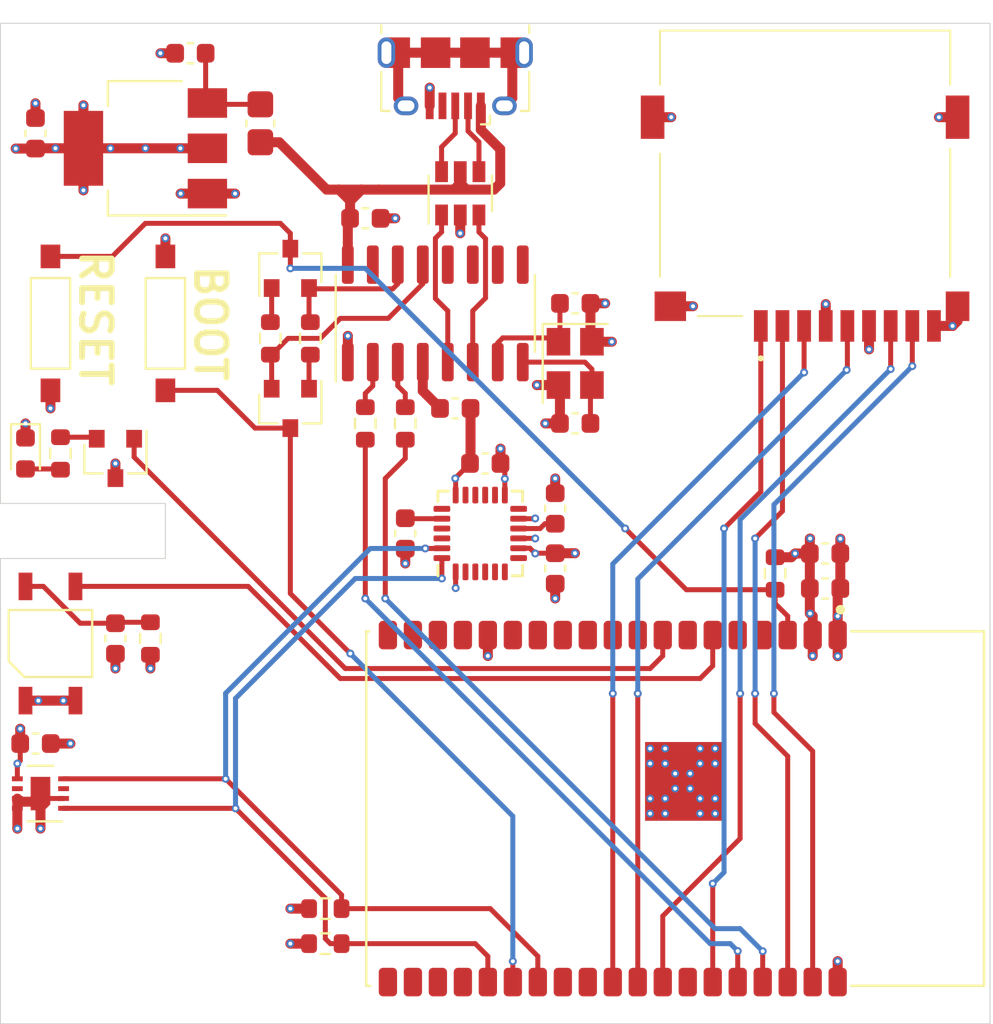
<source format=kicad_pcb>
(kicad_pcb (version 20171130) (host pcbnew "(5.1.10)-1")
  (layers (0 F.Cu signal) (1 GND.Cu power) (2 Power.Cu power) (31 B.Cu signal) (34 B.Paste user) (35 F.Paste user) (36 B.SilkS user) (37 F.SilkS user) (38 B.Mask user) (39 F.Mask user) (44 Edge.Cuts user))
  (net 0 "")
  (net 1 /USB_5V)
  (net 2 GND)
  (net 3 "Net-(C2-Pad2)")
  (net 4 /CH_XI)
  (net 5 /CH_XO)
  (net 6 "Net-(C5-Pad1)")
  (net 7 /REG_3V3)
  (net 8 /IR_RECV)
  (net 9 "Net-(D2-Pad2)")
  (net 10 /USB_CONN_D-)
  (net 11 /USB_CONN_D+)
  (net 12 "Net-(J1-Pad4)")
  (net 13 "Net-(J1-Pad6)")
  (net 14 /SPI3_D1)
  (net 15 /SPI3_D0)
  (net 16 /SPI3_CLK)
  (net 17 /SPI3_CS0)
  (net 18 /SPI3_D3)
  (net 19 /SPI3_D2)
  (net 20 /IR_SEND)
  (net 21 "Net-(Q2-Pad1)")
  (net 22 /CH_RTS)
  (net 23 /GPIO0)
  (net 24 /CH_DTR)
  (net 25 "Net-(Q3-Pad1)")
  (net 26 "Net-(R1-Pad2)")
  (net 27 /ESP_RX)
  (net 28 /ESP_TX)
  (net 29 "Net-(R2-Pad2)")
  (net 30 /I2C0_SCL)
  (net 31 /I2C0_SDA)
  (net 32 /USB_D+)
  (net 33 /USB_D-)
  (net 34 "Net-(U3-Pad9)")
  (net 35 "Net-(U3-Pad10)")
  (net 36 "Net-(U3-Pad11)")
  (net 37 "Net-(U3-Pad12)")
  (net 38 "Net-(U3-Pad15)")
  (net 39 "Net-(U6-Pad6)")
  (net 40 /MPU_INT)
  (net 41 "Net-(C7-Pad1)")
  (net 42 "Net-(C12-Pad1)")
  (net 43 "Net-(C13-Pad1)")
  (net 44 /RESET)
  (net 45 "Net-(U4-Pad7)")
  (net 46 "Net-(U5-Pad7)")
  (net 47 "Net-(U6-Pad3)")
  (net 48 "Net-(Q1-Pad2)")
  (net 49 "Net-(U4-Pad6)")
  (net 50 "Net-(U5-Pad4)")
  (net 51 "Net-(U5-Pad5)")
  (net 52 "Net-(U5-Pad9)")
  (net 53 "Net-(U5-Pad10)")
  (net 54 "Net-(U5-Pad11)")
  (net 55 "Net-(U5-Pad12)")
  (net 56 "Net-(U5-Pad13)")
  (net 57 "Net-(U5-Pad14)")
  (net 58 "Net-(U5-Pad16)")
  (net 59 "Net-(U5-Pad23)")
  (module MountingHole:MountingHole_3.2mm_M3 (layer F.Cu) (at 95.504 105.918)
    (fp_text reference H3)
    (fp_text value MountingHole)
    (pad 1 np_thru_hole circle (at 0 0) (size 3.2 3.2) (drill 3.2) (layers *.Cu *.Mask))
  )
  (module MountingHole:MountingHole_3.2mm_M3 (layer F.Cu) (at 137.414 81.788)
    (fp_text reference H2)
    (fp_text value MountingHole)
    (pad 1 np_thru_hole circle (at 0 0) (size 3.2 3.2) (drill 3.2) (layers *.Cu *.Mask))
  )
  (module PlayboardLib:LED-SMD-4 (layer F.Cu) (at 92.964 91.694)
    (fp_text reference D1)
    (fp_text value IRM-H638T_TR2)
    (pad 2 smd rect (at 1.27 2.9) (size 0.7 1.4) (layers F.Cu F.Paste F.Mask) (net 2 GND))
    (pad 3 smd rect (at 1.27 -2.9) (size 0.7 1.4) (layers F.Cu F.Paste F.Mask) (net 8 /IR_RECV))
    (pad 1 smd rect (at -1.27 2.9) (size 0.7 1.4) (layers F.Cu F.Paste F.Mask) (net 2 GND))
    (pad 4 smd rect (at -1.27 -2.9) (size 0.7 1.4) (layers F.Cu F.Paste F.Mask) (net 41 "Net-(C7-Pad1)"))
  )
  (module PlayboardLib:XCVR_ESP32-WROVER-I (layer F.Cu) (at 124.714 100.076 270)
    (fp_text reference U5)
    (fp_text value ESP32-WROVER-I)
    (pad 1 smd roundrect (at -8.81 -8.26 270) (size 1.45 0.93) (layers F.Cu F.Paste F.Mask) (roundrect_rratio 0.23) (net 2 GND))
    (pad 2 smd roundrect (at -8.81 -6.99 270) (size 1.45 0.93) (layers F.Cu F.Paste F.Mask) (roundrect_rratio 0.23) (net 7 /REG_3V3))
    (pad 3 smd roundrect (at -8.81 -5.72 270) (size 1.45 0.93) (layers F.Cu F.Paste F.Mask) (roundrect_rratio 0.23) (net 44 /RESET))
    (pad 4 smd roundrect (at -8.81 -4.45 270) (size 1.45 0.93) (layers F.Cu F.Paste F.Mask) (roundrect_rratio 0.23) (net 50 "Net-(U5-Pad4)"))
    (pad 5 smd roundrect (at -8.81 -3.18 270) (size 1.45 0.93) (layers F.Cu F.Paste F.Mask) (roundrect_rratio 0.23) (net 51 "Net-(U5-Pad5)"))
    (pad 6 smd roundrect (at -8.81 -1.91 270) (size 1.45 0.93) (layers F.Cu F.Paste F.Mask) (roundrect_rratio 0.23) (net 8 /IR_RECV))
    (pad 7 smd roundrect (at -8.81 -0.64 270) (size 1.45 0.93) (layers F.Cu F.Paste F.Mask) (roundrect_rratio 0.23) (net 46 "Net-(U5-Pad7)"))
    (pad 8 smd roundrect (at -8.81 0.63 270) (size 1.45 0.93) (layers F.Cu F.Paste F.Mask) (roundrect_rratio 0.23) (net 20 /IR_SEND))
    (pad 9 smd roundrect (at -8.81 1.9 270) (size 1.45 0.93) (layers F.Cu F.Paste F.Mask) (roundrect_rratio 0.23) (net 52 "Net-(U5-Pad9)"))
    (pad 10 smd roundrect (at -8.81 3.17 270) (size 1.45 0.93) (layers F.Cu F.Paste F.Mask) (roundrect_rratio 0.23) (net 53 "Net-(U5-Pad10)"))
    (pad 11 smd roundrect (at -8.81 4.44 270) (size 1.45 0.93) (layers F.Cu F.Paste F.Mask) (roundrect_rratio 0.23) (net 54 "Net-(U5-Pad11)"))
    (pad 12 smd roundrect (at -8.81 5.71 270) (size 1.45 0.93) (layers F.Cu F.Paste F.Mask) (roundrect_rratio 0.23) (net 55 "Net-(U5-Pad12)"))
    (pad 13 smd roundrect (at -8.81 6.98 270) (size 1.45 0.93) (layers F.Cu F.Paste F.Mask) (roundrect_rratio 0.23) (net 56 "Net-(U5-Pad13)"))
    (pad 14 smd roundrect (at -8.81 8.25 270) (size 1.45 0.93) (layers F.Cu F.Paste F.Mask) (roundrect_rratio 0.23) (net 57 "Net-(U5-Pad14)"))
    (pad 15 smd roundrect (at -8.81 9.52 270) (size 1.45 0.93) (layers F.Cu F.Paste F.Mask) (roundrect_rratio 0.23) (net 2 GND))
    (pad 16 smd roundrect (at -8.81 10.79 270) (size 1.45 0.93) (layers F.Cu F.Paste F.Mask) (roundrect_rratio 0.23) (net 58 "Net-(U5-Pad16)"))
    (pad 17 smd roundrect (at -8.81 12.06 270) (size 1.45 0.93) (layers F.Cu F.Paste F.Mask) (roundrect_rratio 0.23))
    (pad 18 smd roundrect (at -8.81 13.33 270) (size 1.45 0.93) (layers F.Cu F.Paste F.Mask) (roundrect_rratio 0.23))
    (pad 19 smd roundrect (at -8.81 14.6 270) (size 1.45 0.93) (layers F.Cu F.Paste F.Mask) (roundrect_rratio 0.23))
    (pad 20 smd roundrect (at 8.81 14.6 270) (size 1.45 0.93) (layers F.Cu F.Paste F.Mask) (roundrect_rratio 0.23))
    (pad 21 smd roundrect (at 8.81 13.33 270) (size 1.45 0.93) (layers F.Cu F.Paste F.Mask) (roundrect_rratio 0.23))
    (pad 22 smd roundrect (at 8.81 12.06 270) (size 1.45 0.93) (layers F.Cu F.Paste F.Mask) (roundrect_rratio 0.23))
    (pad 23 smd roundrect (at 8.81 10.79 270) (size 1.45 0.93) (layers F.Cu F.Paste F.Mask) (roundrect_rratio 0.23) (net 59 "Net-(U5-Pad23)"))
    (pad 24 smd roundrect (at 8.81 9.52 270) (size 1.45 0.93) (layers F.Cu F.Paste F.Mask) (roundrect_rratio 0.23) (net 31 /I2C0_SDA))
    (pad 25 smd roundrect (at 8.81 8.25 270) (size 1.45 0.93) (layers F.Cu F.Paste F.Mask) (roundrect_rratio 0.23) (net 23 /GPIO0))
    (pad 26 smd roundrect (at 8.81 6.98 270) (size 1.45 0.93) (layers F.Cu F.Paste F.Mask) (roundrect_rratio 0.23) (net 30 /I2C0_SCL))
    (pad 27 smd roundrect (at 8.81 5.71 270) (size 1.45 0.93) (layers F.Cu F.Paste F.Mask) (roundrect_rratio 0.23))
    (pad 28 smd roundrect (at 8.81 4.44 270) (size 1.45 0.93) (layers F.Cu F.Paste F.Mask) (roundrect_rratio 0.23))
    (pad 29 smd roundrect (at 8.81 3.17 270) (size 1.45 0.93) (layers F.Cu F.Paste F.Mask) (roundrect_rratio 0.23) (net 17 /SPI3_CS0))
    (pad 30 smd roundrect (at 8.81 1.9 270) (size 1.45 0.93) (layers F.Cu F.Paste F.Mask) (roundrect_rratio 0.23) (net 16 /SPI3_CLK))
    (pad 31 smd roundrect (at 8.81 0.63 270) (size 1.45 0.93) (layers F.Cu F.Paste F.Mask) (roundrect_rratio 0.23) (net 15 /SPI3_D0))
    (pad 32 smd roundrect (at 8.81 -0.64 270) (size 1.45 0.93) (layers F.Cu F.Paste F.Mask) (roundrect_rratio 0.23))
    (pad 33 smd roundrect (at 8.81 -1.91 270) (size 1.45 0.93) (layers F.Cu F.Paste F.Mask) (roundrect_rratio 0.23) (net 19 /SPI3_D2))
    (pad 34 smd roundrect (at 8.81 -3.18 270) (size 1.45 0.93) (layers F.Cu F.Paste F.Mask) (roundrect_rratio 0.23) (net 27 /ESP_RX))
    (pad 35 smd roundrect (at 8.81 -4.45 270) (size 1.45 0.93) (layers F.Cu F.Paste F.Mask) (roundrect_rratio 0.23) (net 28 /ESP_TX))
    (pad 36 smd roundrect (at 8.81 -5.72 270) (size 1.45 0.93) (layers F.Cu F.Paste F.Mask) (roundrect_rratio 0.23) (net 18 /SPI3_D3))
    (pad 37 smd roundrect (at 8.81 -6.99 270) (size 1.45 0.93) (layers F.Cu F.Paste F.Mask) (roundrect_rratio 0.23) (net 14 /SPI3_D1))
    (pad 38 smd roundrect (at 8.81 -8.26 270) (size 1.45 0.93) (layers F.Cu F.Paste F.Mask) (roundrect_rratio 0.23) (net 2 GND))
    (pad 39 smd rect (at -1.38 -0.47 270) (size 4 4) (layers F.Cu F.Mask) (net 2 GND))
  )
  (module Resistor_SMD:R_0603_1608Metric (layer F.Cu) (at 129.794 88.138 270)
    (fp_text reference R5)
    (fp_text value 10k)
    (pad 2 smd roundrect (at 0.825 0 270) (size 0.8 0.95) (layers F.Cu F.Paste F.Mask) (net 44 /RESET))
    (pad 1 smd roundrect (at -0.825 0 270) (size 0.8 0.95) (layers F.Cu F.Paste F.Mask) (net 7 /REG_3V3))
  )
  (module Capacitor_SMD:C_0603_1608Metric (layer F.Cu) (at 132.334 88.9 180)
    (fp_text reference C11)
    (fp_text value 100nF)
    (pad 2 smd roundrect (at 0.775 0 180) (size 0.9 0.95) (layers F.Cu F.Paste F.Mask) (net 7 /REG_3V3))
    (pad 1 smd roundrect (at -0.775 0 180) (size 0.9 0.95) (layers F.Cu F.Paste F.Mask) (net 2 GND))
  )
  (module Capacitor_SMD:C_0603_1608Metric (layer F.Cu) (at 132.334 87.122 180)
    (fp_text reference C10)
    (fp_text value 22uF)
    (pad 2 smd roundrect (at 0.775 0 180) (size 0.9 0.95) (layers F.Cu F.Paste F.Mask) (net 7 /REG_3V3))
    (pad 1 smd roundrect (at -0.775 0 180) (size 0.9 0.95) (layers F.Cu F.Paste F.Mask) (net 2 GND))
  )
  (module PlayboardLib:TS-1101-C-W (layer F.Cu) (at 92.964 75.438 180)
    (fp_text reference SW1)
    (fp_text value SW_SPST)
    (pad 2 smd rect (at 0 -3.4 180) (size 1 1.2) (layers F.Cu F.Paste F.Mask) (net 2 GND))
    (pad 1 smd rect (at 0 3.4 180) (size 1 1.2) (layers F.Cu F.Paste F.Mask) (net 44 /RESET))
  )
  (module Resistor_SMD:R_0603_1608Metric (layer F.Cu) (at 110.998 80.518 90)
    (fp_text reference R2)
    (fp_text value 200)
    (pad 1 smd roundrect (at -0.825 0 90) (size 0.8 0.95) (layers F.Cu F.Paste F.Mask) (net 28 /ESP_TX))
    (pad 2 smd roundrect (at 0.825 0 90) (size 0.8 0.95) (layers F.Cu F.Paste F.Mask) (net 29 "Net-(R2-Pad2)"))
  )
  (module Connector_USB:USB_Micro-B_Amphenol_10118194_Horizontal (layer F.Cu) (at 113.538 62.992 180)
    (fp_text reference J1)
    (fp_text value USB_B_Micro)
    (pad 6 thru_hole oval (at 3.5 1.3 180) (size 0.89 1.55) (drill oval 0.5 1.15) (layers *.Cu *.Mask) (net 13 "Net-(J1-Pad6)"))
    (pad 6 thru_hole oval (at -3.5 1.3 180) (size 0.89 1.55) (drill oval 0.5 1.15) (layers *.Cu *.Mask) (net 13 "Net-(J1-Pad6)"))
    (pad 6 smd rect (at 2.9 1.3 180) (size 1.2 1.55) (layers F.Cu F.Paste F.Mask) (net 13 "Net-(J1-Pad6)"))
    (pad 6 smd rect (at -2.9 1.3 180) (size 1.2 1.55) (layers F.Cu F.Paste F.Mask) (net 13 "Net-(J1-Pad6)"))
    (pad 6 smd rect (at 1 1.3 180) (size 1.5 1.55) (layers F.Cu F.Paste F.Mask) (net 13 "Net-(J1-Pad6)"))
    (pad 6 smd rect (at -1 1.3 180) (size 1.5 1.55) (layers F.Cu F.Paste F.Mask) (net 13 "Net-(J1-Pad6)"))
    (pad 6 thru_hole oval (at 2.5 -1.4 180) (size 1.25 0.95) (drill oval 0.85 0.55) (layers *.Cu *.Mask) (net 13 "Net-(J1-Pad6)"))
    (pad 6 thru_hole oval (at -2.5 -1.4 180) (size 1.25 0.95) (drill oval 0.85 0.55) (layers *.Cu *.Mask) (net 13 "Net-(J1-Pad6)"))
    (pad 5 smd rect (at 1.3 -1.4 180) (size 0.4 1.35) (layers F.Cu F.Paste F.Mask) (net 2 GND))
    (pad 4 smd rect (at 0.65 -1.4 180) (size 0.4 1.35) (layers F.Cu F.Paste F.Mask) (net 12 "Net-(J1-Pad4)"))
    (pad 3 smd rect (at 0 -1.4 180) (size 0.4 1.35) (layers F.Cu F.Paste F.Mask) (net 11 /USB_CONN_D+))
    (pad 2 smd rect (at -0.65 -1.4 180) (size 0.4 1.35) (layers F.Cu F.Paste F.Mask) (net 10 /USB_CONN_D-))
    (pad 1 smd rect (at -1.3 -1.4 180) (size 0.4 1.35) (layers F.Cu F.Paste F.Mask) (net 1 /USB_5V))
  )
  (module Capacitor_SMD:C_0603_1608Metric (layer F.Cu) (at 108.966 70.104)
    (fp_text reference C1)
    (fp_text value 100nF)
    (pad 1 smd roundrect (at -0.775 0) (size 0.9 0.95) (layers F.Cu F.Paste F.Mask) (net 1 /USB_5V))
    (pad 2 smd roundrect (at 0.775 0) (size 0.9 0.95) (layers F.Cu F.Paste F.Mask) (net 2 GND))
  )
  (module Capacitor_SMD:C_0603_1608Metric (layer F.Cu) (at 113.538 79.756 180)
    (fp_text reference C2)
    (fp_text value 100nF)
    (pad 2 smd roundrect (at 0.775 0 180) (size 0.9 0.95) (layers F.Cu F.Paste F.Mask) (net 3 "Net-(C2-Pad2)"))
    (pad 1 smd roundrect (at -0.775 0 180) (size 0.9 0.95) (layers F.Cu F.Paste F.Mask) (net 2 GND))
  )
  (module Capacitor_SMD:C_0603_1608Metric (layer F.Cu) (at 119.634 74.422)
    (fp_text reference C3)
    (fp_text value 30pF)
    (pad 1 smd roundrect (at -0.775 0) (size 0.9 0.95) (layers F.Cu F.Paste F.Mask) (net 4 /CH_XI))
    (pad 2 smd roundrect (at 0.775 0) (size 0.9 0.95) (layers F.Cu F.Paste F.Mask) (net 2 GND))
  )
  (module Capacitor_SMD:C_0603_1608Metric (layer F.Cu) (at 119.634 80.518 180)
    (fp_text reference C4)
    (fp_text value 30pF)
    (pad 2 smd roundrect (at 0.775 0 180) (size 0.9 0.95) (layers F.Cu F.Paste F.Mask) (net 2 GND))
    (pad 1 smd roundrect (at -0.775 0 180) (size 0.9 0.95) (layers F.Cu F.Paste F.Mask) (net 5 /CH_XO))
  )
  (module Capacitor_SMD:C_0603_1608Metric (layer F.Cu) (at 100.076 61.722 180)
    (fp_text reference C5)
    (fp_text value 10uF)
    (pad 1 smd roundrect (at -0.775 0 180) (size 0.9 0.95) (layers F.Cu F.Paste F.Mask) (net 6 "Net-(C5-Pad1)"))
    (pad 2 smd roundrect (at 0.775 0 180) (size 0.9 0.95) (layers F.Cu F.Paste F.Mask) (net 2 GND))
  )
  (module Capacitor_SMD:C_0603_1608Metric (layer F.Cu) (at 92.202 65.786 90)
    (fp_text reference C6)
    (fp_text value 10uF)
    (pad 2 smd roundrect (at 0.775 0 90) (size 0.9 0.95) (layers F.Cu F.Paste F.Mask) (net 2 GND))
    (pad 1 smd roundrect (at -0.775 0 90) (size 0.9 0.95) (layers F.Cu F.Paste F.Mask) (net 7 /REG_3V3))
  )
  (module Capacitor_SMD:C_0603_1608Metric (layer F.Cu) (at 96.266 91.44 270)
    (fp_text reference C7)
    (fp_text value 4.7uF)
    (pad 2 smd roundrect (at 0.775 0 270) (size 0.9 0.95) (layers F.Cu F.Paste F.Mask) (net 2 GND))
    (pad 1 smd roundrect (at -0.775 0 270) (size 0.9 0.95) (layers F.Cu F.Paste F.Mask) (net 41 "Net-(C7-Pad1)"))
  )
  (module Capacitor_SMD:C_0603_1608Metric (layer F.Cu) (at 118.618 87.884 270)
    (fp_text reference C8)
    (fp_text value 10nF)
    (pad 2 smd roundrect (at 0.775 0 270) (size 0.9 0.95) (layers F.Cu F.Paste F.Mask) (net 2 GND))
    (pad 1 smd roundrect (at -0.775 0 270) (size 0.9 0.95) (layers F.Cu F.Paste F.Mask) (net 7 /REG_3V3))
  )
  (module Capacitor_SMD:C_0603_1608Metric (layer F.Cu) (at 115.062 82.55 180)
    (fp_text reference C9)
    (fp_text value 100nF)
    (pad 2 smd roundrect (at 0.775 0 180) (size 0.9 0.95) (layers F.Cu F.Paste F.Mask) (net 2 GND))
    (pad 1 smd roundrect (at -0.775 0 180) (size 0.9 0.95) (layers F.Cu F.Paste F.Mask) (net 7 /REG_3V3))
  )
  (module Capacitor_SMD:C_0603_1608Metric (layer F.Cu) (at 118.618 84.836 90)
    (fp_text reference C12)
    (fp_text value 100nF)
    (pad 1 smd roundrect (at -0.775 0 90) (size 0.9 0.95) (layers F.Cu F.Paste F.Mask) (net 42 "Net-(C12-Pad1)"))
    (pad 2 smd roundrect (at 0.775 0 90) (size 0.9 0.95) (layers F.Cu F.Paste F.Mask) (net 2 GND))
  )
  (module Capacitor_SMD:C_0603_1608Metric (layer F.Cu) (at 110.998 86.106 270)
    (fp_text reference C13)
    (fp_text value 2.2nF)
    (pad 1 smd roundrect (at -0.775 0 270) (size 0.9 0.95) (layers F.Cu F.Paste F.Mask) (net 43 "Net-(C13-Pad1)"))
    (pad 2 smd roundrect (at 0.775 0 270) (size 0.9 0.95) (layers F.Cu F.Paste F.Mask) (net 2 GND))
  )
  (module Capacitor_SMD:C_0603_1608Metric (layer F.Cu) (at 92.202 96.774)
    (fp_text reference C14)
    (fp_text value 100nF)
    (pad 1 smd roundrect (at -0.775 0) (size 0.9 0.95) (layers F.Cu F.Paste F.Mask) (net 7 /REG_3V3))
    (pad 2 smd roundrect (at 0.775 0) (size 0.9 0.95) (layers F.Cu F.Paste F.Mask) (net 2 GND))
  )
  (module LED_SMD:LED_0603_1608Metric (layer F.Cu) (at 91.694 82.042 270)
    (fp_text reference D2)
    (fp_text value "IR LED")
    (pad 1 smd roundrect (at -0.7875 0 270) (size 0.875 0.95) (layers F.Cu F.Paste F.Mask) (net 2 GND))
    (pad 2 smd roundrect (at 0.7875 0 270) (size 0.875 0.95) (layers F.Cu F.Paste F.Mask) (net 9 "Net-(D2-Pad2)"))
  )
  (module Fuse:Fuse_0805_2012Metric_Castellated (layer F.Cu) (at 103.632 65.278 270)
    (fp_text reference F1)
    (fp_text value "500mA 1A")
    (pad 1 smd roundrect (at -0.9625 0 270) (size 1.325 1.3) (layers F.Cu F.Paste F.Mask) (roundrect_rratio 0.1923076923076923) (net 6 "Net-(C5-Pad1)"))
    (pad 2 smd roundrect (at 0.9625 0 270) (size 1.325 1.3) (layers F.Cu F.Paste F.Mask) (roundrect_rratio 0.1923076923076923) (net 1 /USB_5V))
  )
  (module PlayboardLib:TFPUSH (layer F.Cu) (at 131.318 67.818 180)
    (fp_text reference J2)
    (fp_text value TF_PUSH hide)
    (pad MH2 np_thru_hole circle (at -4.95 3.25 180) (size 1 0) (drill 1) (layers *.Cu *.Mask))
    (pad MH1 np_thru_hole circle (at 3.05 3.25 180) (size 1 0) (drill 1) (layers *.Cu *.Mask))
    (pad CD1 smd rect (at -6.55 -7.75 180) (size 0.7 1.6) (layers F.Cu F.Paste F.Mask) (net 2 GND))
    (pad G4 smd rect (at 7.75 2.85 180) (size 1.2 2.2) (layers F.Cu F.Paste F.Mask) (net 2 GND))
    (pad G3 smd rect (at -7.75 2.85 180) (size 1.2 2.2) (layers F.Cu F.Paste F.Mask) (net 2 GND))
    (pad G2 smd rect (at -7.75 -6.75 180) (size 1.2 1.5) (layers F.Cu F.Paste F.Mask) (net 2 GND))
    (pad G1 smd rect (at 6.85 -6.75 270) (size 1.5 1.6) (layers F.Cu F.Paste F.Mask) (net 2 GND))
    (pad 8 smd rect (at -5.45 -7.75 180) (size 0.7 1.6) (layers F.Cu F.Paste F.Mask) (net 14 /SPI3_D1))
    (pad 7 smd rect (at -4.35 -7.75 180) (size 0.7 1.6) (layers F.Cu F.Paste F.Mask) (net 15 /SPI3_D0))
    (pad 6 smd rect (at -3.25 -7.75 180) (size 0.7 1.6) (layers F.Cu F.Paste F.Mask) (net 2 GND))
    (pad 5 smd rect (at -2.15 -7.75 180) (size 0.7 1.6) (layers F.Cu F.Paste F.Mask) (net 16 /SPI3_CLK))
    (pad 4 smd rect (at -1.05 -7.75 180) (size 0.7 1.6) (layers F.Cu F.Paste F.Mask) (net 7 /REG_3V3))
    (pad 3 smd rect (at 0.05 -7.75 180) (size 0.7 1.6) (layers F.Cu F.Paste F.Mask) (net 17 /SPI3_CS0))
    (pad 2 smd rect (at 1.15 -7.75 180) (size 0.7 1.6) (layers F.Cu F.Paste F.Mask) (net 18 /SPI3_D3))
    (pad 1 smd rect (at 2.25 -7.75 180) (size 0.7 1.6) (layers F.Cu F.Paste F.Mask) (net 19 /SPI3_D2))
  )
  (module Package_TO_SOT_SMD:SOT-23 (layer F.Cu) (at 96.266 82.296 270)
    (fp_text reference Q1)
    (fp_text value Q_NPN_BEC)
    (pad 1 smd rect (at -1 -0.95 270) (size 0.9 0.8) (layers F.Cu F.Paste F.Mask) (net 20 /IR_SEND))
    (pad 2 smd rect (at -1 0.95 270) (size 0.9 0.8) (layers F.Cu F.Paste F.Mask) (net 48 "Net-(Q1-Pad2)"))
    (pad 3 smd rect (at 1 0 270) (size 0.9 0.8) (layers F.Cu F.Paste F.Mask) (net 7 /REG_3V3))
  )
  (module Package_TO_SOT_SMD:SOT-23 (layer F.Cu) (at 105.156 72.644 90)
    (fp_text reference Q2)
    (fp_text value Q_NPN_BEC)
    (pad 1 smd rect (at -1 -0.95 90) (size 0.9 0.8) (layers F.Cu F.Paste F.Mask) (net 21 "Net-(Q2-Pad1)"))
    (pad 2 smd rect (at -1 0.95 90) (size 0.9 0.8) (layers F.Cu F.Paste F.Mask) (net 22 /CH_RTS))
    (pad 3 smd rect (at 1 0 90) (size 0.9 0.8) (layers F.Cu F.Paste F.Mask) (net 44 /RESET))
  )
  (module Package_TO_SOT_SMD:SOT-23 (layer F.Cu) (at 105.156 79.756 270)
    (fp_text reference Q3)
    (fp_text value Q_NPN_BEC)
    (pad 3 smd rect (at 1 0 270) (size 0.9 0.8) (layers F.Cu F.Paste F.Mask) (net 23 /GPIO0))
    (pad 2 smd rect (at -1 0.95 270) (size 0.9 0.8) (layers F.Cu F.Paste F.Mask) (net 24 /CH_DTR))
    (pad 1 smd rect (at -1 -0.95 270) (size 0.9 0.8) (layers F.Cu F.Paste F.Mask) (net 25 "Net-(Q3-Pad1)"))
  )
  (module Resistor_SMD:R_0603_1608Metric (layer F.Cu) (at 108.966 80.518 90)
    (fp_text reference R1)
    (fp_text value 200)
    (pad 2 smd roundrect (at 0.825 0 90) (size 0.8 0.95) (layers F.Cu F.Paste F.Mask) (net 26 "Net-(R1-Pad2)"))
    (pad 1 smd roundrect (at -0.825 0 90) (size 0.8 0.95) (layers F.Cu F.Paste F.Mask) (net 27 /ESP_RX))
  )
  (module Resistor_SMD:R_0603_1608Metric (layer F.Cu) (at 98.044 91.44 270)
    (fp_text reference R3)
    (fp_text value 100)
    (pad 1 smd roundrect (at -0.825 0 270) (size 0.8 0.95) (layers F.Cu F.Paste F.Mask) (net 41 "Net-(C7-Pad1)"))
    (pad 2 smd roundrect (at 0.825 0 270) (size 0.8 0.95) (layers F.Cu F.Paste F.Mask) (net 7 /REG_3V3))
  )
  (module Resistor_SMD:R_0603_1608Metric (layer F.Cu) (at 93.472 82.042 90)
    (fp_text reference R4)
    (fp_text value 47)
    (pad 1 smd roundrect (at -0.825 0 90) (size 0.8 0.95) (layers F.Cu F.Paste F.Mask) (net 9 "Net-(D2-Pad2)"))
    (pad 2 smd roundrect (at 0.825 0 90) (size 0.8 0.95) (layers F.Cu F.Paste F.Mask) (net 48 "Net-(Q1-Pad2)"))
  )
  (module Resistor_SMD:R_0603_1608Metric (layer F.Cu) (at 104.14 76.2 90)
    (fp_text reference R6)
    (fp_text value 10k)
    (pad 2 smd roundrect (at 0.825 0 90) (size 0.8 0.95) (layers F.Cu F.Paste F.Mask) (net 21 "Net-(Q2-Pad1)"))
    (pad 1 smd roundrect (at -0.825 0 90) (size 0.8 0.95) (layers F.Cu F.Paste F.Mask) (net 24 /CH_DTR))
  )
  (module Resistor_SMD:R_0603_1608Metric (layer F.Cu) (at 106.934 105.156 180)
    (fp_text reference R7)
    (fp_text value 10k)
    (pad 2 smd roundrect (at 0.825 0 180) (size 0.8 0.95) (layers F.Cu F.Paste F.Mask) (net 7 /REG_3V3))
    (pad 1 smd roundrect (at -0.825 0 180) (size 0.8 0.95) (layers F.Cu F.Paste F.Mask) (net 30 /I2C0_SCL))
  )
  (module Resistor_SMD:R_0603_1608Metric (layer F.Cu) (at 106.934 106.934)
    (fp_text reference R9)
    (fp_text value 10k)
    (pad 1 smd roundrect (at -0.825 0) (size 0.8 0.95) (layers F.Cu F.Paste F.Mask) (net 7 /REG_3V3))
    (pad 2 smd roundrect (at 0.825 0) (size 0.8 0.95) (layers F.Cu F.Paste F.Mask) (net 31 /I2C0_SDA))
  )
  (module Resistor_SMD:R_0603_1608Metric (layer F.Cu) (at 106.172 76.2 270)
    (fp_text reference R8)
    (fp_text value 10k)
    (pad 1 smd roundrect (at -0.825 0 270) (size 0.8 0.95) (layers F.Cu F.Paste F.Mask) (net 22 /CH_RTS))
    (pad 2 smd roundrect (at 0.825 0 270) (size 0.8 0.95) (layers F.Cu F.Paste F.Mask) (net 25 "Net-(Q3-Pad1)"))
  )
  (module PlayboardLib:TS-1101-C-W (layer F.Cu) (at 98.806 75.438)
    (fp_text reference SW2)
    (fp_text value SW_SPST)
    (pad 1 smd rect (at 0 3.4) (size 1 1.2) (layers F.Cu F.Paste F.Mask) (net 23 /GPIO0))
    (pad 2 smd rect (at 0 -3.4) (size 1 1.2) (layers F.Cu F.Paste F.Mask) (net 2 GND))
  )
  (module Package_TO_SOT_SMD:SOT-223-3_TabPin2 (layer F.Cu) (at 97.79 66.548 180)
    (fp_text reference U1)
    (fp_text value AMS1117-3.3)
    (pad 2 smd rect (at 3.15 0 180) (size 2 3.8) (layers F.Cu F.Paste F.Mask) (net 7 /REG_3V3))
    (pad 2 smd rect (at -3.15 0 180) (size 2 1.5) (layers F.Cu F.Paste F.Mask) (net 7 /REG_3V3))
    (pad 3 smd rect (at -3.15 2.3 180) (size 2 1.5) (layers F.Cu F.Paste F.Mask) (net 6 "Net-(C5-Pad1)"))
    (pad 1 smd rect (at -3.15 -2.3 180) (size 2 1.5) (layers F.Cu F.Paste F.Mask) (net 2 GND))
  )
  (module Package_TO_SOT_SMD:SOT-23-6 (layer F.Cu) (at 113.792 68.834 90)
    (fp_text reference U2)
    (fp_text value USBLC6-2SC6)
    (pad 1 smd rect (at -1.1 -0.95 90) (size 1.06 0.65) (layers F.Cu F.Paste F.Mask) (net 32 /USB_D+))
    (pad 2 smd rect (at -1.1 0 90) (size 1.06 0.65) (layers F.Cu F.Paste F.Mask) (net 2 GND))
    (pad 3 smd rect (at -1.1 0.95 90) (size 1.06 0.65) (layers F.Cu F.Paste F.Mask) (net 33 /USB_D-))
    (pad 4 smd rect (at 1.1 0.95 90) (size 1.06 0.65) (layers F.Cu F.Paste F.Mask) (net 10 /USB_CONN_D-))
    (pad 6 smd rect (at 1.1 -0.95 90) (size 1.06 0.65) (layers F.Cu F.Paste F.Mask) (net 11 /USB_CONN_D+))
    (pad 5 smd rect (at 1.1 0 90) (size 1.06 0.65) (layers F.Cu F.Paste F.Mask) (net 1 /USB_5V))
  )
  (module Package_SO:SOIC-16_3.9x9.9mm_P1.27mm (layer F.Cu) (at 112.522 74.93 90)
    (fp_text reference U3)
    (fp_text value CH340G)
    (pad 1 smd roundrect (at -2.475 -4.445 90) (size 1.95 0.6) (layers F.Cu F.Paste F.Mask) (net 2 GND))
    (pad 2 smd roundrect (at -2.475 -3.175 90) (size 1.95 0.6) (layers F.Cu F.Paste F.Mask) (net 26 "Net-(R1-Pad2)"))
    (pad 3 smd roundrect (at -2.475 -1.905 90) (size 1.95 0.6) (layers F.Cu F.Paste F.Mask) (net 29 "Net-(R2-Pad2)"))
    (pad 4 smd roundrect (at -2.475 -0.635 90) (size 1.95 0.6) (layers F.Cu F.Paste F.Mask) (net 3 "Net-(C2-Pad2)"))
    (pad 5 smd roundrect (at -2.475 0.635 90) (size 1.95 0.6) (layers F.Cu F.Paste F.Mask) (net 32 /USB_D+))
    (pad 6 smd roundrect (at -2.475 1.905 90) (size 1.95 0.6) (layers F.Cu F.Paste F.Mask) (net 33 /USB_D-))
    (pad 7 smd roundrect (at -2.475 3.175 90) (size 1.95 0.6) (layers F.Cu F.Paste F.Mask) (net 4 /CH_XI))
    (pad 8 smd roundrect (at -2.475 4.445 90) (size 1.95 0.6) (layers F.Cu F.Paste F.Mask) (net 5 /CH_XO))
    (pad 9 smd roundrect (at 2.475 4.445 90) (size 1.95 0.6) (layers F.Cu F.Paste F.Mask) (net 34 "Net-(U3-Pad9)"))
    (pad 10 smd roundrect (at 2.475 3.175 90) (size 1.95 0.6) (layers F.Cu F.Paste F.Mask) (net 35 "Net-(U3-Pad10)"))
    (pad 11 smd roundrect (at 2.475 1.905 90) (size 1.95 0.6) (layers F.Cu F.Paste F.Mask) (net 36 "Net-(U3-Pad11)"))
    (pad 12 smd roundrect (at 2.475 0.635 90) (size 1.95 0.6) (layers F.Cu F.Paste F.Mask) (net 37 "Net-(U3-Pad12)"))
    (pad 13 smd roundrect (at 2.475 -0.635 90) (size 1.95 0.6) (layers F.Cu F.Paste F.Mask) (net 24 /CH_DTR))
    (pad 14 smd roundrect (at 2.475 -1.905 90) (size 1.95 0.6) (layers F.Cu F.Paste F.Mask) (net 22 /CH_RTS))
    (pad 15 smd roundrect (at 2.475 -3.175 90) (size 1.95 0.6) (layers F.Cu F.Paste F.Mask) (net 38 "Net-(U3-Pad15)"))
    (pad 16 smd roundrect (at 2.475 -4.445 90) (size 1.95 0.6) (layers F.Cu F.Paste F.Mask) (net 1 /USB_5V))
  )
  (module Sensor_Motion:InvenSense_QFN-24_4x4mm_P0.5mm (layer F.Cu) (at 114.808 86.106 90)
    (fp_text reference U4)
    (fp_text value MPU-6050)
    (pad 1 smd roundrect (at -1.95 -1.25 90) (size 0.85 0.3) (layers F.Cu F.Paste F.Mask) (net 2 GND))
    (pad 2 smd roundrect (at -1.95 -0.75 90) (size 0.85 0.3) (layers F.Cu F.Paste F.Mask))
    (pad 3 smd roundrect (at -1.95 -0.25 90) (size 0.85 0.3) (layers F.Cu F.Paste F.Mask))
    (pad 4 smd roundrect (at -1.95 0.25 90) (size 0.85 0.3) (layers F.Cu F.Paste F.Mask))
    (pad 5 smd roundrect (at -1.95 0.75 90) (size 0.85 0.3) (layers F.Cu F.Paste F.Mask))
    (pad 6 smd roundrect (at -1.95 1.25 90) (size 0.85 0.3) (layers F.Cu F.Paste F.Mask) (net 49 "Net-(U4-Pad6)"))
    (pad 7 smd roundrect (at -1.25 1.95 180) (size 0.85 0.3) (layers F.Cu F.Paste F.Mask) (net 45 "Net-(U4-Pad7)"))
    (pad 8 smd roundrect (at -0.75 1.95 180) (size 0.85 0.3) (layers F.Cu F.Paste F.Mask) (net 7 /REG_3V3))
    (pad 9 smd roundrect (at -0.25 1.95 180) (size 0.85 0.3) (layers F.Cu F.Paste F.Mask) (net 2 GND))
    (pad 10 smd roundrect (at 0.25 1.95 180) (size 0.85 0.3) (layers F.Cu F.Paste F.Mask) (net 42 "Net-(C12-Pad1)"))
    (pad 11 smd roundrect (at 0.75 1.95 180) (size 0.85 0.3) (layers F.Cu F.Paste F.Mask) (net 2 GND))
    (pad 12 smd roundrect (at 1.25 1.95 180) (size 0.85 0.3) (layers F.Cu F.Paste F.Mask) (net 40 /MPU_INT))
    (pad 13 smd roundrect (at 1.95 1.25 90) (size 0.85 0.3) (layers F.Cu F.Paste F.Mask) (net 7 /REG_3V3))
    (pad 14 smd roundrect (at 1.95 0.75 90) (size 0.85 0.3) (layers F.Cu F.Paste F.Mask))
    (pad 15 smd roundrect (at 1.95 0.25 90) (size 0.85 0.3) (layers F.Cu F.Paste F.Mask))
    (pad 16 smd roundrect (at 1.95 -0.25 90) (size 0.85 0.3) (layers F.Cu F.Paste F.Mask))
    (pad 17 smd roundrect (at 1.95 -0.75 90) (size 0.85 0.3) (layers F.Cu F.Paste F.Mask))
    (pad 18 smd roundrect (at 1.95 -1.25 90) (size 0.85 0.3) (layers F.Cu F.Paste F.Mask) (net 2 GND))
    (pad 19 smd roundrect (at 1.25 -1.95 180) (size 0.85 0.3) (layers F.Cu F.Paste F.Mask))
    (pad 20 smd roundrect (at 0.75 -1.95 180) (size 0.85 0.3) (layers F.Cu F.Paste F.Mask) (net 43 "Net-(C13-Pad1)"))
    (pad 21 smd roundrect (at 0.25 -1.95 180) (size 0.85 0.3) (layers F.Cu F.Paste F.Mask))
    (pad 22 smd roundrect (at -0.25 -1.95 180) (size 0.85 0.3) (layers F.Cu F.Paste F.Mask))
    (pad 23 smd roundrect (at -0.75 -1.95 180) (size 0.85 0.3) (layers F.Cu F.Paste F.Mask) (net 30 /I2C0_SCL))
    (pad 24 smd roundrect (at -1.25 -1.95 180) (size 0.85 0.3) (layers F.Cu F.Paste F.Mask) (net 31 /I2C0_SDA))
  )
  (module Sensor_Humidity:Sensirion_DFN-8-1EP_2.5x2.5mm_P0.5mm_EP1.1x1.7mm (layer F.Cu) (at 92.456 99.314 180)
    (fp_text reference U6)
    (fp_text value SHT30-DIS)
    (pad 9 smd custom (at 0 0 180) (size 1 1) (layers F.Cu F.Mask) (net 2 GND) (options (clearance outline) (anchor circle)) (primitives (gr_poly (pts (xy 0.5 0.85) (xy -0.5 0.85) (xy -0.5 -0.55) (xy -0.2 -0.85) (xy 0.5 -0.85)) (width 0))))
    (pad 8 smd rect (at 1.175 -0.75 180) (size 0.55 0.25) (layers F.Cu F.Paste F.Mask) (net 2 GND))
    (pad 7 smd rect (at 1.175 -0.25 180) (size 0.55 0.25) (layers F.Cu F.Paste F.Mask) (net 2 GND))
    (pad 6 smd rect (at 1.175 0.25 180) (size 0.55 0.25) (layers F.Cu F.Paste F.Mask) (net 39 "Net-(U6-Pad6)"))
    (pad 5 smd rect (at 1.175 0.75 180) (size 0.55 0.25) (layers F.Cu F.Paste F.Mask) (net 7 /REG_3V3))
    (pad 4 smd rect (at -1.175 0.75) (size 0.55 0.25) (layers F.Cu F.Paste F.Mask) (net 30 /I2C0_SCL))
    (pad 3 smd rect (at -1.175 0.25 180) (size 0.55 0.25) (layers F.Cu F.Paste F.Mask) (net 47 "Net-(U6-Pad3)"))
    (pad 2 smd rect (at -1.175 -0.25 180) (size 0.55 0.25) (layers F.Cu F.Paste F.Mask) (net 2 GND))
    (pad 1 smd rect (at -1.175 -0.75 180) (size 0.55 0.25) (layers F.Cu F.Paste F.Mask) (net 31 /I2C0_SDA))
  )
  (module Crystal:Crystal_SMD_3225-4Pin_3.2x2.5mm (layer F.Cu) (at 119.634 77.47 270)
    (fp_text reference Y1)
    (fp_text value 12MHz)
    (pad 1 smd rect (at -1.1 0.85 270) (size 1.4 1.2) (layers F.Cu F.Paste F.Mask) (net 4 /CH_XI))
    (pad 2 smd rect (at 1.1 0.85 270) (size 1.4 1.2) (layers F.Cu F.Paste F.Mask) (net 2 GND))
    (pad 3 smd rect (at 1.1 -0.85 270) (size 1.4 1.2) (layers F.Cu F.Paste F.Mask) (net 5 /CH_XO))
    (pad 4 smd rect (at -1.1 -0.85 270) (size 1.4 1.2) (layers F.Cu F.Paste F.Mask) (net 2 GND))
  )
  (gr_line (start 90.424 84.582) (end 90.424 60.198) (layer Edge.Cuts) (width 0.05))
  (gr_line (start 98.806 84.582) (end 90.424 84.582) (layer Edge.Cuts) (width 0.05))
  (gr_line (start 98.806 87.376) (end 98.806 84.582) (layer Edge.Cuts) (width 0.05))
  (gr_line (start 90.424 87.376) (end 98.806 87.376) (layer Edge.Cuts) (width 0.05))
  (gr_line (start 90.424 110.998) (end 90.424 87.376) (layer Edge.Cuts) (width 0.05))
  (gr_line (start 140.716 110.998) (end 90.424 110.998) (layer Edge.Cuts) (width 0.05))
  (gr_line (start 140.716 60.198) (end 140.716 110.998) (layer Edge.Cuts) (width 0.05))
  (gr_line (start 90.424 60.198) (end 140.716 60.198) (layer Edge.Cuts) (width 0.05))
  (gr_text BOOT (at 101.092 75.438 270) (layer F.SilkS) (effects (font (size 1.5 1.5) (thickness 0.3))))
  (gr_text RESET (at 95.25 75.184 270) (layer F.SilkS) (effects (font (size 1.5 1.5) (thickness 0.3))))
  (segment (start 108.077 70.218) (end 108.191 70.104) (width 0.508) (layer F.Cu) (net 1))
  (segment (start 108.077 72.455) (end 108.077 70.218) (width 0.508) (layer F.Cu) (net 1))
  (segment (start 114.838 65.605566) (end 115.824 66.591566) (width 0.508) (layer F.Cu) (net 1))
  (segment (start 114.838 64.392) (end 114.838 65.605566) (width 0.508) (layer F.Cu) (net 1))
  (segment (start 115.824 66.591566) (end 115.824 68.326) (width 0.508) (layer F.Cu) (net 1))
  (segment (start 113.792 68.324802) (end 113.792 67.734) (width 0.508) (layer F.Cu) (net 1))
  (segment (start 114.112199 68.645001) (end 113.792 68.324802) (width 0.508) (layer F.Cu) (net 1))
  (segment (start 115.504999 68.645001) (end 114.112199 68.645001) (width 0.508) (layer F.Cu) (net 1))
  (segment (start 115.824 68.326) (end 115.504999 68.645001) (width 0.508) (layer F.Cu) (net 1))
  (segment (start 113.792 68.326) (end 113.472999 68.645001) (width 0.508) (layer F.Cu) (net 1))
  (segment (start 113.792 67.734) (end 113.792 68.326) (width 0.508) (layer F.Cu) (net 1))
  (segment (start 113.472999 68.645001) (end 109.649999 68.645001) (width 0.508) (layer F.Cu) (net 1))
  (segment (start 114.112199 68.645001) (end 113.472999 68.645001) (width 0.508) (layer F.Cu) (net 1))
  (segment (start 103.632 66.2405) (end 104.5945 66.2405) (width 0.508) (layer F.Cu) (net 1))
  (segment (start 104.5945 66.2405) (end 106.999001 68.645001) (width 0.508) (layer F.Cu) (net 1))
  (segment (start 108.191 69.205002) (end 107.630999 68.645001) (width 0.508) (layer F.Cu) (net 1))
  (segment (start 108.191 70.104) (end 108.191 69.205002) (width 0.508) (layer F.Cu) (net 1))
  (segment (start 106.999001 68.645001) (end 107.630999 68.645001) (width 0.508) (layer F.Cu) (net 1))
  (segment (start 108.191 69.205002) (end 108.217 69.205002) (width 0.508) (layer F.Cu) (net 1))
  (segment (start 108.777001 68.645001) (end 109.649999 68.645001) (width 0.508) (layer F.Cu) (net 1))
  (segment (start 108.217 69.205002) (end 108.777001 68.645001) (width 0.508) (layer F.Cu) (net 1))
  (segment (start 107.630999 68.645001) (end 108.777001 68.645001) (width 0.508) (layer F.Cu) (net 1))
  (via (at 124.714 99.06) (size 0.4) (drill 0.2) (layers F.Cu B.Cu) (net 2))
  (via (at 125.476 98.298) (size 0.4) (drill 0.2) (layers F.Cu B.Cu) (net 2))
  (via (at 124.714 98.298) (size 0.4) (drill 0.2) (layers F.Cu B.Cu) (net 2))
  (via (at 125.476 99.06) (size 0.4) (drill 0.2) (layers F.Cu B.Cu) (net 2))
  (via (at 124.206 100.33) (size 0.4) (drill 0.2) (layers F.Cu B.Cu) (net 2))
  (via (at 124.206 99.568) (size 0.4) (drill 0.2) (layers F.Cu B.Cu) (net 2))
  (via (at 124.206 97.79) (size 0.4) (drill 0.2) (layers F.Cu B.Cu) (net 2))
  (via (at 125.984 97.79) (size 0.4) (drill 0.2) (layers F.Cu B.Cu) (net 2))
  (via (at 125.984 99.568) (size 0.4) (drill 0.2) (layers F.Cu B.Cu) (net 2))
  (via (at 125.984 100.33) (size 0.4) (drill 0.2) (layers F.Cu B.Cu) (net 2))
  (via (at 126.746 99.568) (size 0.4) (drill 0.2) (layers F.Cu B.Cu) (net 2))
  (via (at 126.746 97.79) (size 0.4) (drill 0.2) (layers F.Cu B.Cu) (net 2))
  (via (at 125.984 97.028) (size 0.4) (drill 0.2) (layers F.Cu B.Cu) (net 2))
  (via (at 124.206 97.028) (size 0.4) (drill 0.2) (layers F.Cu B.Cu) (net 2))
  (via (at 123.444 97.79) (size 0.4) (drill 0.2) (layers F.Cu B.Cu) (net 2))
  (via (at 123.444 99.568) (size 0.4) (drill 0.2) (layers F.Cu B.Cu) (net 2))
  (via (at 126.746 100.33) (size 0.4) (drill 0.2) (layers F.Cu B.Cu) (net 2))
  (via (at 123.444 100.33) (size 0.4) (drill 0.2) (layers F.Cu B.Cu) (net 2))
  (via (at 126.746 97.028) (size 0.4) (drill 0.2) (layers F.Cu B.Cu) (net 2))
  (via (at 123.444 97.028) (size 0.4) (drill 0.2) (layers F.Cu B.Cu) (net 2))
  (via (at 98.552 61.722) (size 0.4) (drill 0.2) (layers F.Cu B.Cu) (net 2))
  (segment (start 99.301 61.722) (end 98.552 61.722) (width 0.508) (layer F.Cu) (net 2))
  (via (at 92.202 64.262) (size 0.4) (drill 0.2) (layers F.Cu B.Cu) (net 2))
  (segment (start 92.202 65.011) (end 92.202 64.262) (width 0.508) (layer F.Cu) (net 2))
  (via (at 102.348 68.848) (size 0.4) (drill 0.2) (layers F.Cu B.Cu) (net 2))
  (segment (start 100.94 68.848) (end 102.348 68.848) (width 0.508) (layer F.Cu) (net 2))
  (via (at 99.581968 68.847968) (size 0.4) (drill 0.2) (layers F.Cu B.Cu) (net 2))
  (segment (start 100.94 68.848) (end 99.582 68.848) (width 0.508) (layer F.Cu) (net 2))
  (segment (start 99.582 68.848) (end 99.581968 68.847968) (width 0.508) (layer F.Cu) (net 2))
  (via (at 98.806 71.12) (size 0.4) (drill 0.2) (layers F.Cu B.Cu) (net 2))
  (segment (start 98.806 72.038) (end 98.806 71.12) (width 0.508) (layer F.Cu) (net 2))
  (segment (start 92.964 78.838) (end 92.964 78.994) (width 0.508) (layer F.Cu) (net 2))
  (via (at 92.964 79.756) (size 0.4) (drill 0.2) (layers F.Cu B.Cu) (net 2))
  (segment (start 92.964 78.994) (end 92.964 79.756) (width 0.508) (layer F.Cu) (net 2))
  (via (at 91.694 80.518) (size 0.4) (drill 0.2) (layers F.Cu B.Cu) (net 2))
  (segment (start 91.694 81.2545) (end 91.694 80.518) (width 0.508) (layer F.Cu) (net 2))
  (via (at 110.49 70.104) (size 0.4) (drill 0.2) (layers F.Cu B.Cu) (net 2))
  (segment (start 109.741 70.104) (end 110.49 70.104) (width 0.508) (layer F.Cu) (net 2))
  (via (at 113.792 70.866) (size 0.4) (drill 0.2) (layers F.Cu B.Cu) (net 2))
  (segment (start 113.792 69.934) (end 113.792 70.866) (width 0.508) (layer F.Cu) (net 2))
  (via (at 112.238009 63.470009) (size 0.4) (drill 0.2) (layers F.Cu B.Cu) (net 2))
  (segment (start 112.238 64.392) (end 112.238 63.470018) (width 0.508) (layer F.Cu) (net 2))
  (segment (start 112.238 63.470018) (end 112.238009 63.470009) (width 0.508) (layer F.Cu) (net 2))
  (via (at 124.516 64.968) (size 0.4) (drill 0.2) (layers F.Cu B.Cu) (net 2))
  (segment (start 123.568 64.968) (end 124.516 64.968) (width 0.508) (layer F.Cu) (net 2))
  (via (at 138.120028 64.968) (size 0.4) (drill 0.2) (layers F.Cu B.Cu) (net 2))
  (segment (start 139.068 64.968) (end 138.120028 64.968) (width 0.508) (layer F.Cu) (net 2))
  (via (at 125.622 74.568) (size 0.4) (drill 0.2) (layers F.Cu B.Cu) (net 2))
  (segment (start 124.468 74.568) (end 125.622 74.568) (width 0.508) (layer F.Cu) (net 2))
  (via (at 138.81396 75.56796) (size 0.4) (drill 0.2) (layers F.Cu B.Cu) (net 2))
  (segment (start 139.068 74.568) (end 139.068 75.31392) (width 0.508) (layer F.Cu) (net 2))
  (segment (start 139.068 75.31392) (end 138.81396 75.56796) (width 0.508) (layer F.Cu) (net 2))
  (segment (start 137.868 75.568) (end 138.81392 75.568) (width 0.508) (layer F.Cu) (net 2))
  (segment (start 138.81392 75.568) (end 138.81396 75.56796) (width 0.508) (layer F.Cu) (net 2))
  (via (at 134.568 76.760046) (size 0.4) (drill 0.2) (layers F.Cu B.Cu) (net 2))
  (segment (start 134.568 75.568) (end 134.568 76.760046) (width 0.508) (layer F.Cu) (net 2))
  (segment (start 133.109 87.122) (end 133.109 88.9) (width 0.508) (layer F.Cu) (net 2))
  (via (at 133.109 86.373) (size 0.4) (drill 0.2) (layers F.Cu B.Cu) (net 2))
  (segment (start 133.109 87.122) (end 133.109 86.373) (width 0.508) (layer F.Cu) (net 2))
  (via (at 132.973979 90.301979) (size 0.4) (drill 0.2) (layers F.Cu B.Cu) (net 2))
  (segment (start 132.974 91.266) (end 132.974 90.302) (width 0.508) (layer F.Cu) (net 2))
  (segment (start 132.974 90.302) (end 132.973979 90.301979) (width 0.508) (layer F.Cu) (net 2))
  (segment (start 132.973979 89.035021) (end 133.109 88.9) (width 0.508) (layer F.Cu) (net 2))
  (segment (start 132.973979 90.301979) (end 132.973979 89.035021) (width 0.508) (layer F.Cu) (net 2))
  (via (at 132.973978 92.333978) (size 0.4) (drill 0.2) (layers F.Cu B.Cu) (net 2))
  (segment (start 132.974 91.266) (end 132.974 92.333956) (width 0.508) (layer F.Cu) (net 2))
  (segment (start 132.974 92.333956) (end 132.973978 92.333978) (width 0.508) (layer F.Cu) (net 2))
  (via (at 115.194023 92.323965) (size 0.4) (drill 0.2) (layers F.Cu B.Cu) (net 2))
  (segment (start 115.194 91.266) (end 115.194 92.323942) (width 0.508) (layer F.Cu) (net 2))
  (segment (start 115.194 92.323942) (end 115.194023 92.323965) (width 0.508) (layer F.Cu) (net 2))
  (via (at 132.973995 107.827995) (size 0.4) (drill 0.2) (layers F.Cu B.Cu) (net 2))
  (segment (start 132.974 108.886) (end 132.974 107.828) (width 0.508) (layer F.Cu) (net 2))
  (segment (start 132.974 107.828) (end 132.973995 107.827995) (width 0.508) (layer F.Cu) (net 2))
  (segment (start 91.281 99.727) (end 91.281 99.570001) (width 0.508) (layer F.Cu) (net 2))
  (segment (start 91.281 100.064) (end 91.281 99.727) (width 0.508) (layer F.Cu) (net 2))
  (segment (start 92.043 99.727) (end 91.281 99.727) (width 0.508) (layer F.Cu) (net 2))
  (segment (start 92.456 99.314) (end 92.043 99.727) (width 0.508) (layer F.Cu) (net 2))
  (segment (start 92.706 99.564) (end 93.631 99.564) (width 0.254) (layer F.Cu) (net 2))
  (segment (start 92.456 99.314) (end 92.706 99.564) (width 0.254) (layer F.Cu) (net 2))
  (via (at 93.98 96.774) (size 0.4) (drill 0.2) (layers F.Cu B.Cu) (net 2))
  (segment (start 92.977 96.774) (end 93.98 96.774) (width 0.508) (layer F.Cu) (net 2))
  (segment (start 91.694 94.594) (end 92.35 94.594) (width 0.508) (layer F.Cu) (net 2))
  (segment (start 92.35 94.594) (end 93.62 94.594) (width 0.508) (layer F.Cu) (net 2))
  (via (at 92.35 94.594) (size 0.4) (drill 0.2) (layers F.Cu B.Cu) (net 2))
  (segment (start 93.62 94.594) (end 94.234 94.594) (width 0.508) (layer F.Cu) (net 2))
  (via (at 93.62 94.594) (size 0.4) (drill 0.2) (layers F.Cu B.Cu) (net 2))
  (via (at 96.266 92.964) (size 0.4) (drill 0.2) (layers F.Cu B.Cu) (net 2))
  (segment (start 96.266 92.215) (end 96.266 92.964) (width 0.508) (layer F.Cu) (net 2))
  (segment (start 114.313 82.524) (end 114.287 82.55) (width 0.508) (layer F.Cu) (net 2))
  (segment (start 114.313 79.756) (end 114.313 82.524) (width 0.508) (layer F.Cu) (net 2))
  (via (at 113.537994 83.312006) (size 0.4) (drill 0.2) (layers F.Cu B.Cu) (net 2))
  (segment (start 113.558 84.156) (end 113.558 83.332012) (width 0.254) (layer F.Cu) (net 2))
  (segment (start 113.558 83.332012) (end 113.537994 83.312006) (width 0.254) (layer F.Cu) (net 2))
  (segment (start 113.537994 83.299006) (end 114.287 82.55) (width 0.254) (layer F.Cu) (net 2))
  (segment (start 113.537994 83.312006) (end 113.537994 83.299006) (width 0.254) (layer F.Cu) (net 2))
  (via (at 118.618 83.312) (size 0.4) (drill 0.2) (layers F.Cu B.Cu) (net 2))
  (segment (start 118.618 84.061) (end 118.618 83.312) (width 0.508) (layer F.Cu) (net 2))
  (via (at 110.998 87.63) (size 0.4) (drill 0.2) (layers F.Cu B.Cu) (net 2))
  (segment (start 110.998 86.881) (end 110.998 87.63) (width 0.508) (layer F.Cu) (net 2))
  (via (at 118.618 89.408) (size 0.4) (drill 0.2) (layers F.Cu B.Cu) (net 2))
  (segment (start 118.618 88.659) (end 118.618 89.408) (width 0.508) (layer F.Cu) (net 2))
  (via (at 113.557986 88.880014) (size 0.4) (drill 0.2) (layers F.Cu B.Cu) (net 2))
  (segment (start 113.558 88.056) (end 113.558 88.88) (width 0.254) (layer F.Cu) (net 2))
  (segment (start 113.558 88.88) (end 113.557986 88.880014) (width 0.254) (layer F.Cu) (net 2))
  (via (at 117.601982 85.344) (size 0.4) (drill 0.2) (layers F.Cu B.Cu) (net 2))
  (segment (start 116.758 85.356) (end 117.589982 85.356) (width 0.254) (layer F.Cu) (net 2))
  (segment (start 117.589982 85.356) (end 117.601982 85.344) (width 0.254) (layer F.Cu) (net 2))
  (via (at 117.602 86.36) (size 0.4) (drill 0.2) (layers F.Cu B.Cu) (net 2))
  (segment (start 117.598 86.356) (end 117.602 86.36) (width 0.254) (layer F.Cu) (net 2))
  (segment (start 116.758 86.356) (end 117.598 86.356) (width 0.254) (layer F.Cu) (net 2))
  (via (at 108.076983 76.073017) (size 0.4) (drill 0.2) (layers F.Cu B.Cu) (net 2))
  (segment (start 108.077 77.405) (end 108.077 76.073034) (width 0.508) (layer F.Cu) (net 2))
  (segment (start 108.077 76.073034) (end 108.076983 76.073017) (width 0.508) (layer F.Cu) (net 2))
  (via (at 121.158 74.422) (size 0.4) (drill 0.2) (layers F.Cu B.Cu) (net 2))
  (segment (start 120.409 74.422) (end 121.158 74.422) (width 0.508) (layer F.Cu) (net 2))
  (segment (start 120.409 76.295) (end 120.484 76.37) (width 0.508) (layer F.Cu) (net 2))
  (segment (start 120.409 74.422) (end 120.409 76.295) (width 0.508) (layer F.Cu) (net 2))
  (via (at 121.495996 76.37) (size 0.4) (drill 0.2) (layers F.Cu B.Cu) (net 2))
  (segment (start 120.484 76.37) (end 121.495996 76.37) (width 0.508) (layer F.Cu) (net 2))
  (segment (start 118.859 78.645) (end 118.784 78.57) (width 0.508) (layer F.Cu) (net 2))
  (segment (start 118.859 80.518) (end 118.859 78.645) (width 0.508) (layer F.Cu) (net 2))
  (via (at 118.11 80.518) (size 0.4) (drill 0.2) (layers F.Cu B.Cu) (net 2))
  (segment (start 118.859 80.518) (end 118.11 80.518) (width 0.508) (layer F.Cu) (net 2))
  (via (at 117.685962 78.56999) (size 0.4) (drill 0.2) (layers F.Cu B.Cu) (net 2))
  (segment (start 118.784 78.57) (end 117.685972 78.57) (width 0.508) (layer F.Cu) (net 2))
  (segment (start 117.685972 78.57) (end 117.685962 78.56999) (width 0.508) (layer F.Cu) (net 2))
  (via (at 92.456 101.092) (size 0.4) (drill 0.2) (layers F.Cu B.Cu) (net 2))
  (segment (start 92.456 99.314) (end 92.456 101.092) (width 0.508) (layer F.Cu) (net 2))
  (via (at 91.280945 101.092) (size 0.4) (drill 0.2) (layers F.Cu B.Cu) (net 2))
  (segment (start 91.281 100.064) (end 91.281 101.091945) (width 0.508) (layer F.Cu) (net 2))
  (segment (start 91.281 101.091945) (end 91.280945 101.092) (width 0.508) (layer F.Cu) (net 2))
  (segment (start 112.763 79.743) (end 112.763 79.756) (width 0.508) (layer F.Cu) (net 3))
  (segment (start 111.887 78.867) (end 112.763 79.743) (width 0.508) (layer F.Cu) (net 3))
  (segment (start 111.887 77.405) (end 111.887 78.867) (width 0.508) (layer F.Cu) (net 3))
  (segment (start 118.859 76.295) (end 118.784 76.37) (width 0.254) (layer F.Cu) (net 4))
  (segment (start 118.859 74.422) (end 118.859 76.295) (width 0.254) (layer F.Cu) (net 4))
  (segment (start 118.58999 76.17599) (end 118.784 76.37) (width 0.254) (layer F.Cu) (net 4))
  (segment (start 115.697 76.43) (end 115.95101 76.17599) (width 0.254) (layer F.Cu) (net 4))
  (segment (start 115.95101 76.17599) (end 118.58999 76.17599) (width 0.254) (layer F.Cu) (net 4))
  (segment (start 115.697 77.405) (end 115.697 76.43) (width 0.254) (layer F.Cu) (net 4))
  (segment (start 120.484 77.761992) (end 120.484 78.57) (width 0.254) (layer F.Cu) (net 5))
  (segment (start 120.127008 77.405) (end 120.484 77.761992) (width 0.254) (layer F.Cu) (net 5))
  (segment (start 116.967 77.405) (end 120.127008 77.405) (width 0.254) (layer F.Cu) (net 5))
  (segment (start 120.409 78.645) (end 120.484 78.57) (width 0.254) (layer F.Cu) (net 5))
  (segment (start 120.409 80.518) (end 120.409 78.645) (width 0.254) (layer F.Cu) (net 5))
  (segment (start 101.0075 64.3155) (end 100.94 64.248) (width 0.254) (layer F.Cu) (net 6))
  (segment (start 103.632 64.3155) (end 101.0075 64.3155) (width 0.254) (layer F.Cu) (net 6))
  (segment (start 100.851 64.159) (end 100.94 64.248) (width 0.254) (layer F.Cu) (net 6))
  (segment (start 100.851 61.722) (end 100.851 64.159) (width 0.254) (layer F.Cu) (net 6))
  (segment (start 94.64 66.548) (end 96.012 66.548) (width 0.508) (layer F.Cu) (net 7))
  (segment (start 96.012 66.548) (end 97.79 66.548) (width 0.508) (layer F.Cu) (net 7))
  (via (at 96.012 66.548) (size 0.4) (drill 0.2) (layers F.Cu B.Cu) (net 7))
  (segment (start 99.568 66.548) (end 100.94 66.548) (width 0.508) (layer F.Cu) (net 7))
  (via (at 99.568 66.548) (size 0.4) (drill 0.2) (layers F.Cu B.Cu) (net 7))
  (segment (start 97.79 66.548) (end 99.568 66.548) (width 0.508) (layer F.Cu) (net 7))
  (via (at 97.79 66.548) (size 0.4) (drill 0.2) (layers F.Cu B.Cu) (net 7))
  (segment (start 92.215 66.548) (end 92.202 66.561) (width 0.508) (layer F.Cu) (net 7))
  (segment (start 94.64 66.548) (end 93.218 66.548) (width 0.508) (layer F.Cu) (net 7))
  (segment (start 93.218 66.548) (end 92.215 66.548) (width 0.508) (layer F.Cu) (net 7))
  (via (at 93.218 66.548) (size 0.4) (drill 0.2) (layers F.Cu B.Cu) (net 7))
  (via (at 91.199014 66.561014) (size 0.4) (drill 0.2) (layers F.Cu B.Cu) (net 7))
  (segment (start 92.202 66.561) (end 91.199028 66.561) (width 0.508) (layer F.Cu) (net 7))
  (segment (start 91.199028 66.561) (end 91.199014 66.561014) (width 0.508) (layer F.Cu) (net 7))
  (via (at 94.639991 64.364009) (size 0.4) (drill 0.2) (layers F.Cu B.Cu) (net 7))
  (segment (start 94.64 66.548) (end 94.64 64.364018) (width 0.508) (layer F.Cu) (net 7))
  (segment (start 94.64 64.364018) (end 94.639991 64.364009) (width 0.508) (layer F.Cu) (net 7))
  (via (at 94.639984 68.682022) (size 0.4) (drill 0.2) (layers F.Cu B.Cu) (net 7))
  (segment (start 94.64 68.682006) (end 94.639984 68.682022) (width 0.508) (layer F.Cu) (net 7))
  (segment (start 94.64 66.548) (end 94.64 68.682006) (width 0.508) (layer F.Cu) (net 7))
  (segment (start 132.368 75.568) (end 132.368 74.456) (width 0.508) (layer F.Cu) (net 7))
  (via (at 132.368 74.456) (size 0.4) (drill 0.2) (layers F.Cu B.Cu) (net 7))
  (segment (start 116.058 82.771) (end 116.058 83.332) (width 0.254) (layer F.Cu) (net 7))
  (segment (start 115.837 82.55) (end 116.058 82.771) (width 0.254) (layer F.Cu) (net 7))
  (via (at 115.836993 81.800993) (size 0.4) (drill 0.2) (layers F.Cu B.Cu) (net 7))
  (segment (start 115.837 82.55) (end 115.837 81.801) (width 0.508) (layer F.Cu) (net 7))
  (segment (start 115.837 81.801) (end 115.836993 81.800993) (width 0.508) (layer F.Cu) (net 7))
  (via (at 119.621014 87.109014) (size 0.4) (drill 0.2) (layers F.Cu B.Cu) (net 7))
  (segment (start 118.618 87.109) (end 119.621 87.109) (width 0.508) (layer F.Cu) (net 7))
  (segment (start 119.621 87.109) (end 119.621014 87.109014) (width 0.508) (layer F.Cu) (net 7))
  (segment (start 116.058 83.332) (end 116.058 84.156) (width 0.254) (layer F.Cu) (net 7))
  (via (at 116.058 83.332) (size 0.4) (drill 0.2) (layers F.Cu B.Cu) (net 7))
  (via (at 96.266 82.55) (size 0.4) (drill 0.2) (layers F.Cu B.Cu) (net 7))
  (segment (start 96.266 83.296) (end 96.266 82.55) (width 0.508) (layer F.Cu) (net 7))
  (via (at 98.044 92.964) (size 0.4) (drill 0.2) (layers F.Cu B.Cu) (net 7))
  (segment (start 98.044 92.265) (end 98.044 92.964) (width 0.508) (layer F.Cu) (net 7))
  (via (at 91.426995 96.025005) (size 0.4) (drill 0.2) (layers F.Cu B.Cu) (net 7))
  (segment (start 91.427 96.774) (end 91.427 96.02501) (width 0.508) (layer F.Cu) (net 7))
  (segment (start 91.427 96.02501) (end 91.426995 96.025005) (width 0.508) (layer F.Cu) (net 7))
  (segment (start 91.281 97.949) (end 91.281 97.949) (width 0.254) (layer F.Cu) (net 7))
  (via (at 105.156 105.156) (size 0.4) (drill 0.2) (layers F.Cu B.Cu) (net 7))
  (segment (start 106.109 105.156) (end 105.156 105.156) (width 0.508) (layer F.Cu) (net 7))
  (via (at 105.156 106.934) (size 0.4) (drill 0.2) (layers F.Cu B.Cu) (net 7))
  (segment (start 106.109 106.934) (end 105.156 106.934) (width 0.508) (layer F.Cu) (net 7))
  (via (at 131.572 90.17) (size 0.4) (drill 0.2) (layers F.Cu B.Cu) (net 7))
  (segment (start 131.704 90.302) (end 131.572 90.17) (width 0.508) (layer F.Cu) (net 7))
  (segment (start 131.704 91.266) (end 131.704 90.302) (width 0.508) (layer F.Cu) (net 7))
  (segment (start 131.559 90.157) (end 131.572 90.17) (width 0.508) (layer F.Cu) (net 7))
  (segment (start 131.559 88.9) (end 131.559 90.157) (width 0.508) (layer F.Cu) (net 7))
  (segment (start 131.559 88.9) (end 131.559 87.122) (width 0.508) (layer F.Cu) (net 7))
  (via (at 131.572 86.36) (size 0.4) (drill 0.2) (layers F.Cu B.Cu) (net 7))
  (segment (start 131.559 86.373) (end 131.572 86.36) (width 0.508) (layer F.Cu) (net 7))
  (segment (start 131.559 87.122) (end 131.559 86.373) (width 0.508) (layer F.Cu) (net 7))
  (via (at 130.809968 87.122) (size 0.4) (drill 0.2) (layers F.Cu B.Cu) (net 7))
  (segment (start 130.618968 87.313) (end 130.809968 87.122) (width 0.508) (layer F.Cu) (net 7))
  (segment (start 131.559 87.122) (end 130.809968 87.122) (width 0.508) (layer F.Cu) (net 7))
  (segment (start 129.794 87.313) (end 130.618968 87.313) (width 0.508) (layer F.Cu) (net 7))
  (via (at 131.704019 92.323981) (size 0.4) (drill 0.2) (layers F.Cu B.Cu) (net 7))
  (segment (start 131.704 91.266) (end 131.704 92.323962) (width 0.508) (layer F.Cu) (net 7))
  (segment (start 131.704 92.323962) (end 131.704019 92.323981) (width 0.508) (layer F.Cu) (net 7))
  (via (at 117.602 87.122) (size 0.4) (drill 0.2) (layers F.Cu B.Cu) (net 7))
  (segment (start 116.758 86.856) (end 117.336 86.856) (width 0.254) (layer F.Cu) (net 7))
  (segment (start 117.336 86.856) (end 117.602 87.122) (width 0.254) (layer F.Cu) (net 7))
  (segment (start 118.618 87.109) (end 117.615 87.109) (width 0.254) (layer F.Cu) (net 7))
  (segment (start 117.615 87.109) (end 117.602 87.122) (width 0.254) (layer F.Cu) (net 7))
  (segment (start 91.427 97.644) (end 91.281 97.79) (width 0.254) (layer F.Cu) (net 7))
  (segment (start 91.427 96.774) (end 91.427 97.644) (width 0.254) (layer F.Cu) (net 7))
  (segment (start 91.281 98.564) (end 91.281 97.79) (width 0.254) (layer F.Cu) (net 7))
  (via (at 91.281 97.79) (size 0.4) (drill 0.2) (layers F.Cu B.Cu) (net 7))
  (segment (start 126.624 92.832) (end 126.624 91.266) (width 0.254) (layer F.Cu) (net 8))
  (segment (start 107.696 93.472) (end 125.984 93.472) (width 0.254) (layer F.Cu) (net 8))
  (segment (start 125.984 93.472) (end 126.624 92.832) (width 0.254) (layer F.Cu) (net 8))
  (segment (start 103.018 88.794) (end 107.696 93.472) (width 0.254) (layer F.Cu) (net 8))
  (segment (start 94.234 88.794) (end 103.018 88.794) (width 0.254) (layer F.Cu) (net 8))
  (segment (start 93.4345 82.8295) (end 93.472 82.867) (width 0.254) (layer F.Cu) (net 9))
  (segment (start 91.694 82.8295) (end 93.4345 82.8295) (width 0.254) (layer F.Cu) (net 9))
  (segment (start 114.742 66.228) (end 114.742 67.734) (width 0.254) (layer F.Cu) (net 10))
  (segment (start 114.188 65.674) (end 114.742 66.228) (width 0.254) (layer F.Cu) (net 10))
  (segment (start 114.188 64.392) (end 114.188 65.674) (width 0.254) (layer F.Cu) (net 10))
  (segment (start 112.842 66.482) (end 112.842 67.734) (width 0.254) (layer F.Cu) (net 11))
  (segment (start 113.538 65.786) (end 112.842 66.482) (width 0.254) (layer F.Cu) (net 11))
  (segment (start 113.538 64.392) (end 113.538 65.786) (width 0.254) (layer F.Cu) (net 11))
  (segment (start 110.638 61.692) (end 116.438 61.692) (width 0.508) (layer F.Cu) (net 13))
  (segment (start 110.638 63.992) (end 111.038 64.392) (width 0.508) (layer F.Cu) (net 13))
  (segment (start 110.638 61.692) (end 110.638 63.992) (width 0.508) (layer F.Cu) (net 13))
  (segment (start 116.438 63.992) (end 116.038 64.392) (width 0.508) (layer F.Cu) (net 13))
  (segment (start 116.438 61.692) (end 116.438 63.992) (width 0.508) (layer F.Cu) (net 13))
  (via (at 136.768008 77.607992) (size 0.4) (drill 0.2) (layers F.Cu B.Cu) (net 14))
  (segment (start 136.768 75.568) (end 136.768 77.607984) (width 0.254) (layer F.Cu) (net 14))
  (segment (start 136.768 77.607984) (end 136.768008 77.607992) (width 0.254) (layer F.Cu) (net 14))
  (via (at 129.734034 94.234) (size 0.4) (drill 0.2) (layers F.Cu B.Cu) (net 14))
  (segment (start 136.768008 77.607992) (end 129.734034 84.641966) (width 0.254) (layer B.Cu) (net 14))
  (segment (start 129.734034 84.641966) (end 129.734034 94.234) (width 0.254) (layer B.Cu) (net 14))
  (segment (start 129.734034 95.190034) (end 129.734034 94.234) (width 0.254) (layer F.Cu) (net 14))
  (segment (start 131.704 97.16) (end 129.734034 95.190034) (width 0.254) (layer F.Cu) (net 14))
  (segment (start 131.704 108.886) (end 131.704 97.16) (width 0.254) (layer F.Cu) (net 14))
  (via (at 135.668 77.756012) (size 0.4) (drill 0.2) (layers F.Cu B.Cu) (net 15))
  (segment (start 135.668 75.568) (end 135.668 77.756012) (width 0.254) (layer F.Cu) (net 15))
  (via (at 128.016 94.234) (size 0.4) (drill 0.2) (layers F.Cu B.Cu) (net 15))
  (segment (start 135.668 77.756012) (end 128.016 85.408012) (width 0.254) (layer B.Cu) (net 15))
  (segment (start 128.016 85.408012) (end 128.016 94.234) (width 0.254) (layer B.Cu) (net 15))
  (segment (start 124.084 108.886) (end 124.084 105.532) (width 0.254) (layer F.Cu) (net 15))
  (segment (start 124.084 105.532) (end 128.016 101.6) (width 0.254) (layer F.Cu) (net 15))
  (segment (start 128.016 101.6) (end 128.016 94.234) (width 0.254) (layer F.Cu) (net 15))
  (via (at 133.430571 77.804569) (size 0.4) (drill 0.2) (layers F.Cu B.Cu) (net 16))
  (segment (start 133.468 75.568) (end 133.468 77.76714) (width 0.254) (layer F.Cu) (net 16))
  (segment (start 133.468 77.76714) (end 133.430571 77.804569) (width 0.254) (layer F.Cu) (net 16))
  (via (at 122.814 94.233994) (size 0.4) (drill 0.2) (layers F.Cu B.Cu) (net 16))
  (segment (start 122.814 108.886) (end 122.814 94.233994) (width 0.254) (layer F.Cu) (net 16))
  (segment (start 133.430571 77.804569) (end 122.814 88.42114) (width 0.254) (layer B.Cu) (net 16))
  (segment (start 122.814 88.42114) (end 122.814 94.233994) (width 0.254) (layer B.Cu) (net 16))
  (via (at 131.268004 77.928012) (size 0.4) (drill 0.2) (layers F.Cu B.Cu) (net 17))
  (segment (start 131.268 75.568) (end 131.268 77.928008) (width 0.254) (layer F.Cu) (net 17))
  (segment (start 131.268 77.928008) (end 131.268004 77.928012) (width 0.254) (layer F.Cu) (net 17))
  (via (at 121.543997 94.234004) (size 0.4) (drill 0.2) (layers F.Cu B.Cu) (net 17))
  (segment (start 121.544 108.886) (end 121.544 94.234007) (width 0.254) (layer F.Cu) (net 17))
  (segment (start 121.544 94.234007) (end 121.543997 94.234004) (width 0.254) (layer F.Cu) (net 17))
  (segment (start 131.268004 77.928012) (end 121.543997 87.652019) (width 0.254) (layer B.Cu) (net 17))
  (segment (start 121.543997 87.652019) (end 121.543997 94.234004) (width 0.254) (layer B.Cu) (net 17))
  (segment (start 130.168 84.97) (end 128.778 86.36) (width 0.254) (layer F.Cu) (net 18))
  (via (at 128.778 86.36) (size 0.4) (drill 0.2) (layers F.Cu B.Cu) (net 18))
  (segment (start 130.168 75.568) (end 130.168 84.97) (width 0.254) (layer F.Cu) (net 18))
  (via (at 128.778 94.234) (size 0.4) (drill 0.2) (layers F.Cu B.Cu) (net 18))
  (segment (start 128.778 86.36) (end 128.778 94.234) (width 0.254) (layer B.Cu) (net 18))
  (segment (start 128.778 95.758) (end 128.778 94.234) (width 0.254) (layer F.Cu) (net 18))
  (segment (start 130.434 97.414) (end 128.778 95.758) (width 0.254) (layer F.Cu) (net 18))
  (segment (start 130.434 108.886) (end 130.434 97.414) (width 0.254) (layer F.Cu) (net 18))
  (via (at 127.200001 85.852) (size 0.4) (drill 0.2) (layers F.Cu B.Cu) (net 19))
  (segment (start 129.068 83.984001) (end 127.200001 85.852) (width 0.254) (layer F.Cu) (net 19))
  (segment (start 129.068 75.568) (end 129.068 83.984001) (width 0.254) (layer F.Cu) (net 19))
  (via (at 126.624008 103.886) (size 0.4) (drill 0.2) (layers F.Cu B.Cu) (net 19))
  (segment (start 126.624 108.886) (end 126.624 103.886008) (width 0.254) (layer F.Cu) (net 19))
  (segment (start 126.624 103.886008) (end 126.624008 103.886) (width 0.254) (layer F.Cu) (net 19))
  (segment (start 127.200001 85.852) (end 127.200001 103.310007) (width 0.254) (layer B.Cu) (net 19))
  (segment (start 127.200001 103.310007) (end 126.624008 103.886) (width 0.254) (layer B.Cu) (net 19))
  (segment (start 124.084 92.324) (end 124.084 91.266) (width 0.254) (layer F.Cu) (net 20))
  (segment (start 123.444 92.964) (end 124.084 92.324) (width 0.254) (layer F.Cu) (net 20))
  (segment (start 107.95 92.964) (end 123.444 92.964) (width 0.254) (layer F.Cu) (net 20))
  (segment (start 97.216 82.23) (end 107.95 92.964) (width 0.254) (layer F.Cu) (net 20))
  (segment (start 97.216 81.296) (end 97.216 82.23) (width 0.254) (layer F.Cu) (net 20))
  (segment (start 104.206 75.309) (end 104.14 75.375) (width 0.254) (layer F.Cu) (net 21))
  (segment (start 104.206 73.644) (end 104.206 75.309) (width 0.254) (layer F.Cu) (net 21))
  (segment (start 106.106 75.309) (end 106.172 75.375) (width 0.254) (layer F.Cu) (net 22))
  (segment (start 106.106 73.644) (end 106.106 75.309) (width 0.254) (layer F.Cu) (net 22))
  (segment (start 110.617 73.43) (end 110.617 72.455) (width 0.254) (layer F.Cu) (net 22))
  (segment (start 110.36299 73.68401) (end 110.617 73.43) (width 0.254) (layer F.Cu) (net 22))
  (segment (start 106.14601 73.68401) (end 110.36299 73.68401) (width 0.254) (layer F.Cu) (net 22))
  (segment (start 106.106 73.644) (end 106.14601 73.68401) (width 0.254) (layer F.Cu) (net 22))
  (segment (start 98.806 78.838) (end 101.444 78.838) (width 0.254) (layer F.Cu) (net 23))
  (segment (start 103.362 80.756) (end 105.156 80.756) (width 0.254) (layer F.Cu) (net 23))
  (segment (start 101.444 78.838) (end 103.362 80.756) (width 0.254) (layer F.Cu) (net 23))
  (segment (start 105.156 89.154) (end 108.204 92.202) (width 0.254) (layer F.Cu) (net 23))
  (via (at 108.204 92.202) (size 0.4) (drill 0.2) (layers F.Cu B.Cu) (net 23))
  (segment (start 105.156 80.756) (end 105.156 89.154) (width 0.254) (layer F.Cu) (net 23))
  (segment (start 108.204 92.202) (end 116.332 100.33) (width 0.254) (layer B.Cu) (net 23))
  (via (at 116.463991 107.827991) (size 0.4) (drill 0.2) (layers F.Cu B.Cu) (net 23))
  (segment (start 116.464 108.886) (end 116.464 107.828) (width 0.254) (layer F.Cu) (net 23))
  (segment (start 116.464 107.828) (end 116.463991 107.827991) (width 0.254) (layer F.Cu) (net 23))
  (segment (start 116.463991 100.461991) (end 116.332 100.33) (width 0.254) (layer B.Cu) (net 23))
  (segment (start 116.463991 107.827991) (end 116.463991 100.461991) (width 0.254) (layer B.Cu) (net 23))
  (segment (start 104.206 77.091) (end 104.14 77.025) (width 0.254) (layer F.Cu) (net 24))
  (segment (start 104.206 78.756) (end 104.206 77.091) (width 0.254) (layer F.Cu) (net 24))
  (segment (start 104.215907 77.025) (end 104.14 77.025) (width 0.254) (layer F.Cu) (net 24))
  (segment (start 106.68 76.2) (end 105.040907 76.2) (width 0.254) (layer F.Cu) (net 24))
  (segment (start 107.696 75.184) (end 106.68 76.2) (width 0.254) (layer F.Cu) (net 24))
  (segment (start 105.040907 76.2) (end 104.215907 77.025) (width 0.254) (layer F.Cu) (net 24))
  (segment (start 110.133 75.184) (end 107.696 75.184) (width 0.254) (layer F.Cu) (net 24))
  (segment (start 111.887 73.43) (end 110.133 75.184) (width 0.254) (layer F.Cu) (net 24))
  (segment (start 111.887 72.455) (end 111.887 73.43) (width 0.254) (layer F.Cu) (net 24))
  (segment (start 106.106 77.091) (end 106.172 77.025) (width 0.254) (layer F.Cu) (net 25))
  (segment (start 106.106 78.756) (end 106.106 77.091) (width 0.254) (layer F.Cu) (net 25))
  (segment (start 109.347 77.405) (end 109.347 78.613) (width 0.254) (layer F.Cu) (net 26))
  (segment (start 108.966 78.994) (end 108.966 79.693) (width 0.254) (layer F.Cu) (net 26))
  (segment (start 109.347 78.613) (end 108.966 78.994) (width 0.254) (layer F.Cu) (net 26))
  (via (at 108.966 89.408) (size 0.4) (drill 0.2) (layers F.Cu B.Cu) (net 27))
  (segment (start 108.966 81.343) (end 108.966 89.408) (width 0.254) (layer F.Cu) (net 27))
  (segment (start 108.966 89.408) (end 126.492 106.934) (width 0.254) (layer B.Cu) (net 27))
  (via (at 127.893983 107.310017) (size 0.4) (drill 0.2) (layers F.Cu B.Cu) (net 27))
  (segment (start 127.894 108.886) (end 127.894 107.310034) (width 0.254) (layer F.Cu) (net 27))
  (segment (start 127.894 107.310034) (end 127.893983 107.310017) (width 0.254) (layer F.Cu) (net 27))
  (segment (start 127.517966 106.934) (end 127.893983 107.310017) (width 0.254) (layer B.Cu) (net 27))
  (segment (start 126.492 106.934) (end 127.517966 106.934) (width 0.254) (layer B.Cu) (net 27))
  (via (at 109.982 89.408) (size 0.4) (drill 0.2) (layers F.Cu B.Cu) (net 28))
  (segment (start 109.982 83.312) (end 109.982 89.408) (width 0.254) (layer F.Cu) (net 28))
  (segment (start 110.998 82.296) (end 109.982 83.312) (width 0.254) (layer F.Cu) (net 28))
  (segment (start 110.998 81.343) (end 110.998 82.296) (width 0.254) (layer F.Cu) (net 28))
  (via (at 129.16402 107.32002) (size 0.4) (drill 0.2) (layers F.Cu B.Cu) (net 28))
  (segment (start 129.164 108.886) (end 129.164 107.32004) (width 0.254) (layer F.Cu) (net 28))
  (segment (start 129.164 107.32004) (end 129.16402 107.32002) (width 0.254) (layer F.Cu) (net 28))
  (segment (start 126.746 106.172) (end 109.982 89.408) (width 0.254) (layer B.Cu) (net 28))
  (segment (start 128.016 106.172) (end 126.746 106.172) (width 0.254) (layer B.Cu) (net 28))
  (segment (start 129.16402 107.32002) (end 128.016 106.172) (width 0.254) (layer B.Cu) (net 28))
  (segment (start 110.617 77.405) (end 110.617 78.613) (width 0.254) (layer F.Cu) (net 29))
  (segment (start 110.998 78.994) (end 110.998 79.693) (width 0.254) (layer F.Cu) (net 29))
  (segment (start 110.617 78.613) (end 110.998 78.994) (width 0.254) (layer F.Cu) (net 29))
  (segment (start 117.734 107.574) (end 117.734 108.886) (width 0.254) (layer F.Cu) (net 30))
  (segment (start 115.316 105.156) (end 117.734 107.574) (width 0.254) (layer F.Cu) (net 30))
  (segment (start 107.759 105.156) (end 115.316 105.156) (width 0.254) (layer F.Cu) (net 30))
  (segment (start 107.759 105.156) (end 107.759 104.457) (width 0.254) (layer F.Cu) (net 30))
  (segment (start 101.866 98.564) (end 101.866 98.564) (width 0.254) (layer F.Cu) (net 30))
  (segment (start 107.759 104.457) (end 101.866 98.564) (width 0.254) (layer F.Cu) (net 30))
  (segment (start 101.866 98.564) (end 93.631 98.564) (width 0.254) (layer F.Cu) (net 30))
  (via (at 101.866 98.564) (size 0.4) (drill 0.2) (layers F.Cu B.Cu) (net 30))
  (via (at 112.014 86.868) (size 0.4) (drill 0.2) (layers F.Cu B.Cu) (net 30))
  (segment (start 112.846 86.868) (end 112.858 86.856) (width 0.254) (layer F.Cu) (net 30))
  (segment (start 112.014 86.868) (end 112.846 86.868) (width 0.254) (layer F.Cu) (net 30))
  (segment (start 109.22 86.868) (end 112.014 86.868) (width 0.254) (layer B.Cu) (net 30))
  (segment (start 101.866 94.222) (end 109.22 86.868) (width 0.254) (layer B.Cu) (net 30))
  (segment (start 101.866 98.564) (end 101.866 94.222) (width 0.254) (layer B.Cu) (net 30))
  (segment (start 107.759 106.934) (end 114.554 106.934) (width 0.254) (layer F.Cu) (net 31))
  (segment (start 115.194 107.574) (end 115.194 108.886) (width 0.254) (layer F.Cu) (net 31))
  (segment (start 114.554 106.934) (end 115.194 107.574) (width 0.254) (layer F.Cu) (net 31))
  (segment (start 102.369034 100.064) (end 102.369034 100.064) (width 0.254) (layer F.Cu) (net 31))
  (segment (start 106.934 104.628966) (end 102.369034 100.064) (width 0.254) (layer F.Cu) (net 31))
  (segment (start 106.934 106.68) (end 106.934 104.628966) (width 0.254) (layer F.Cu) (net 31))
  (segment (start 107.188 106.934) (end 106.934 106.68) (width 0.254) (layer F.Cu) (net 31))
  (segment (start 107.759 106.934) (end 107.188 106.934) (width 0.254) (layer F.Cu) (net 31))
  (segment (start 102.369034 100.064) (end 93.631 100.064) (width 0.254) (layer F.Cu) (net 31))
  (via (at 102.369034 100.064) (size 0.4) (drill 0.2) (layers F.Cu B.Cu) (net 31))
  (via (at 112.857997 88.392) (size 0.4) (drill 0.2) (layers F.Cu B.Cu) (net 31))
  (segment (start 112.858 87.356) (end 112.858 88.391997) (width 0.254) (layer F.Cu) (net 31))
  (segment (start 112.858 88.391997) (end 112.857997 88.392) (width 0.254) (layer F.Cu) (net 31))
  (segment (start 102.369034 94.480966) (end 108.458 88.392) (width 0.254) (layer B.Cu) (net 31))
  (segment (start 108.458 88.392) (end 112.857997 88.392) (width 0.254) (layer B.Cu) (net 31))
  (segment (start 102.369034 100.064) (end 102.369034 94.480966) (width 0.254) (layer B.Cu) (net 31))
  (segment (start 113.157 74.803) (end 113.157 77.405) (width 0.254) (layer F.Cu) (net 32))
  (segment (start 112.529433 74.175433) (end 113.157 74.803) (width 0.254) (layer F.Cu) (net 32))
  (segment (start 112.529433 71.112567) (end 112.529433 74.175433) (width 0.254) (layer F.Cu) (net 32))
  (segment (start 112.842 70.8) (end 112.529433 71.112567) (width 0.254) (layer F.Cu) (net 32))
  (segment (start 112.842 69.934) (end 112.842 70.8) (width 0.254) (layer F.Cu) (net 32))
  (segment (start 114.742 70.8) (end 114.742 69.934) (width 0.254) (layer F.Cu) (net 33))
  (segment (start 115.076132 71.134132) (end 114.742 70.8) (width 0.254) (layer F.Cu) (net 33))
  (segment (start 115.076132 74.153868) (end 115.076132 71.134132) (width 0.254) (layer F.Cu) (net 33))
  (segment (start 114.427 74.803) (end 115.076132 74.153868) (width 0.254) (layer F.Cu) (net 33))
  (segment (start 114.427 77.405) (end 114.427 74.803) (width 0.254) (layer F.Cu) (net 33))
  (segment (start 96.266 90.665) (end 96.266 90.678) (width 0.254) (layer F.Cu) (net 41))
  (segment (start 96.316 90.615) (end 96.266 90.665) (width 0.254) (layer F.Cu) (net 41))
  (segment (start 98.044 90.615) (end 96.316 90.615) (width 0.254) (layer F.Cu) (net 41))
  (segment (start 96.266 90.665) (end 94.475 90.665) (width 0.254) (layer F.Cu) (net 41))
  (segment (start 92.604 88.794) (end 91.694 88.794) (width 0.254) (layer F.Cu) (net 41))
  (segment (start 94.475 90.665) (end 92.604 88.794) (width 0.254) (layer F.Cu) (net 41))
  (segment (start 116.758 85.856) (end 117.852 85.856) (width 0.254) (layer F.Cu) (net 42))
  (segment (start 118.097 85.611) (end 118.618 85.611) (width 0.254) (layer F.Cu) (net 42))
  (segment (start 117.852 85.856) (end 118.097 85.611) (width 0.254) (layer F.Cu) (net 42))
  (segment (start 111.023 85.356) (end 110.998 85.331) (width 0.254) (layer F.Cu) (net 43))
  (segment (start 112.858 85.356) (end 111.023 85.356) (width 0.254) (layer F.Cu) (net 43))
  (segment (start 105.156 70.866) (end 105.156 71.644) (width 0.254) (layer F.Cu) (net 44))
  (segment (start 104.648 70.358) (end 105.156 70.866) (width 0.254) (layer F.Cu) (net 44))
  (segment (start 97.79 70.358) (end 104.648 70.358) (width 0.254) (layer F.Cu) (net 44))
  (segment (start 96.11 72.038) (end 97.79 70.358) (width 0.254) (layer F.Cu) (net 44))
  (segment (start 92.964 72.038) (end 96.11 72.038) (width 0.254) (layer F.Cu) (net 44))
  (segment (start 129.794 89.662) (end 129.794 88.963) (width 0.254) (layer F.Cu) (net 44))
  (segment (start 130.434 90.302) (end 129.794 89.662) (width 0.254) (layer F.Cu) (net 44))
  (segment (start 130.434 91.266) (end 130.434 90.302) (width 0.254) (layer F.Cu) (net 44))
  (via (at 105.156 72.644) (size 0.4) (drill 0.2) (layers F.Cu B.Cu) (net 44))
  (segment (start 105.156 72.644) (end 105.156 71.644) (width 0.254) (layer F.Cu) (net 44))
  (via (at 122.173998 85.852) (size 0.4) (drill 0.2) (layers F.Cu B.Cu) (net 44))
  (segment (start 108.965998 72.644) (end 122.173998 85.852) (width 0.254) (layer B.Cu) (net 44))
  (segment (start 129.794 88.963) (end 125.284998 88.963) (width 0.254) (layer F.Cu) (net 44))
  (segment (start 125.284998 88.963) (end 122.173998 85.852) (width 0.254) (layer F.Cu) (net 44))
  (segment (start 105.156 72.644) (end 108.965998 72.644) (width 0.254) (layer B.Cu) (net 44))
  (segment (start 95.237 81.217) (end 95.316 81.296) (width 0.254) (layer F.Cu) (net 48))
  (segment (start 93.472 81.217) (end 95.237 81.217) (width 0.254) (layer F.Cu) (net 48))
)
</source>
